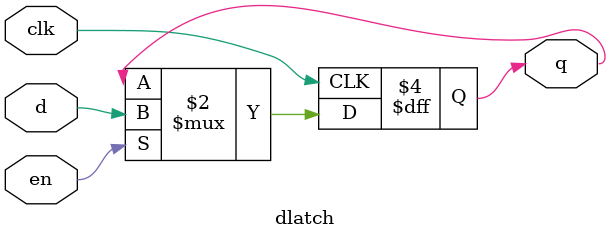
<source format=v>
module dlatch(clk, en, d, q);

input clk, en, d;
output q;

reg q;

always @(posedge clk) begin
    if (en) begin
        q <= d;
    end
end

endmodule

</source>
